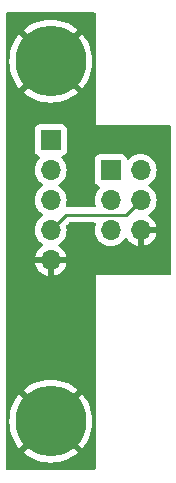
<source format=gbl>
G04 #@! TF.GenerationSoftware,KiCad,Pcbnew,7.0.7*
G04 #@! TF.CreationDate,2023-08-28T17:40:55-04:00*
G04 #@! TF.ProjectId,programmer,70726f67-7261-46d6-9d65-722e6b696361,rev?*
G04 #@! TF.SameCoordinates,Original*
G04 #@! TF.FileFunction,Copper,L2,Bot*
G04 #@! TF.FilePolarity,Positive*
%FSLAX46Y46*%
G04 Gerber Fmt 4.6, Leading zero omitted, Abs format (unit mm)*
G04 Created by KiCad (PCBNEW 7.0.7) date 2023-08-28 17:40:55*
%MOMM*%
%LPD*%
G01*
G04 APERTURE LIST*
G04 #@! TA.AperFunction,ComponentPad*
%ADD10C,0.800000*%
G04 #@! TD*
G04 #@! TA.AperFunction,ComponentPad*
%ADD11C,6.000000*%
G04 #@! TD*
G04 #@! TA.AperFunction,ComponentPad*
%ADD12R,1.700000X1.700000*%
G04 #@! TD*
G04 #@! TA.AperFunction,ComponentPad*
%ADD13O,1.700000X1.700000*%
G04 #@! TD*
G04 #@! TA.AperFunction,Conductor*
%ADD14C,0.254000*%
G04 #@! TD*
G04 APERTURE END LIST*
D10*
X134910000Y-72051000D03*
X135569010Y-70460010D03*
X135569010Y-73641990D03*
X137160000Y-69801000D03*
D11*
X137160000Y-72051000D03*
D10*
X137160000Y-74301000D03*
X138750990Y-70460010D03*
X138750990Y-73641990D03*
X139410000Y-72051000D03*
D12*
X142240000Y-50800000D03*
D13*
X144780000Y-50800000D03*
X142240000Y-53340000D03*
X144780000Y-53340000D03*
X142240000Y-55880000D03*
X144780000Y-55880000D03*
D10*
X134910000Y-41571000D03*
X135569010Y-39980010D03*
X135569010Y-43161990D03*
X137160000Y-39321000D03*
D11*
X137160000Y-41571000D03*
D10*
X137160000Y-43821000D03*
X138750990Y-39980010D03*
X138750990Y-43161990D03*
X139410000Y-41571000D03*
D12*
X137160000Y-48260000D03*
D13*
X137160000Y-50800000D03*
X137160000Y-53340000D03*
X137160000Y-55880000D03*
X137160000Y-58420000D03*
D14*
X137160000Y-55880000D02*
X138455400Y-54584600D01*
X138455400Y-54584600D02*
X143535400Y-54584600D01*
X143535400Y-54584600D02*
X144780000Y-53340000D01*
G04 #@! TA.AperFunction,Conductor*
G36*
X138482898Y-73020344D02*
G01*
X138675850Y-73213296D01*
X138709335Y-73274619D01*
X138704351Y-73344311D01*
X138662479Y-73400244D01*
X138657060Y-73404079D01*
X138570750Y-73461750D01*
X138513079Y-73548060D01*
X138459466Y-73592865D01*
X138390141Y-73601572D01*
X138327114Y-73571417D01*
X138322296Y-73566850D01*
X138128861Y-73373415D01*
X138095376Y-73312092D01*
X138100360Y-73242400D01*
X138132556Y-73194507D01*
X138267368Y-73070404D01*
X138297367Y-73031861D01*
X138354071Y-72991051D01*
X138423844Y-72987375D01*
X138482898Y-73020344D01*
G37*
G04 #@! TD.AperFunction*
G04 #@! TA.AperFunction,Conductor*
G36*
X135968115Y-72991843D02*
G01*
X136022633Y-73031861D01*
X136052632Y-73070404D01*
X136187441Y-73194505D01*
X136223430Y-73254390D01*
X136221330Y-73324228D01*
X136191138Y-73373414D01*
X135997703Y-73566849D01*
X135936380Y-73600334D01*
X135866688Y-73595350D01*
X135810755Y-73553478D01*
X135806920Y-73548059D01*
X135749249Y-73461749D01*
X135662939Y-73404079D01*
X135618133Y-73350467D01*
X135609426Y-73281142D01*
X135639580Y-73218115D01*
X135644148Y-73213296D01*
X135837100Y-73020344D01*
X135898423Y-72986859D01*
X135968115Y-72991843D01*
G37*
G04 #@! TD.AperFunction*
G04 #@! TA.AperFunction,Conductor*
G36*
X138453311Y-70506647D02*
G01*
X138509244Y-70548519D01*
X138513079Y-70553939D01*
X138570749Y-70640249D01*
X138657059Y-70697920D01*
X138701864Y-70751532D01*
X138710571Y-70820857D01*
X138680416Y-70883885D01*
X138675849Y-70888703D01*
X138482898Y-71081654D01*
X138421575Y-71115139D01*
X138351883Y-71110155D01*
X138297363Y-71070134D01*
X138267371Y-71031600D01*
X138267370Y-71031599D01*
X138267368Y-71031596D01*
X138132556Y-70907492D01*
X138096567Y-70847608D01*
X138098668Y-70777770D01*
X138128860Y-70728584D01*
X138322296Y-70535148D01*
X138383619Y-70501663D01*
X138453311Y-70506647D01*
G37*
G04 #@! TD.AperFunction*
G04 #@! TA.AperFunction,Conductor*
G36*
X135992884Y-70530581D02*
G01*
X135997703Y-70535149D01*
X136191138Y-70728584D01*
X136224623Y-70789907D01*
X136219639Y-70859599D01*
X136187441Y-70907494D01*
X136052630Y-71031598D01*
X136052628Y-71031599D01*
X136022633Y-71070137D01*
X135965922Y-71110949D01*
X135896149Y-71114622D01*
X135837100Y-71081654D01*
X135644149Y-70888703D01*
X135610664Y-70827380D01*
X135615648Y-70757688D01*
X135657520Y-70701755D01*
X135662940Y-70697919D01*
X135666551Y-70695505D01*
X135666555Y-70695505D01*
X135749250Y-70640250D01*
X135804505Y-70557555D01*
X135804505Y-70557551D01*
X135806919Y-70553940D01*
X135860531Y-70509134D01*
X135929856Y-70500427D01*
X135992884Y-70530581D01*
G37*
G04 #@! TD.AperFunction*
G04 #@! TA.AperFunction,Conductor*
G36*
X138482898Y-42540344D02*
G01*
X138675850Y-42733296D01*
X138709335Y-42794619D01*
X138704351Y-42864311D01*
X138662479Y-42920244D01*
X138657060Y-42924079D01*
X138570750Y-42981750D01*
X138513079Y-43068060D01*
X138459466Y-43112865D01*
X138390141Y-43121572D01*
X138327114Y-43091417D01*
X138322296Y-43086850D01*
X138128861Y-42893415D01*
X138095376Y-42832092D01*
X138100360Y-42762400D01*
X138132556Y-42714507D01*
X138267368Y-42590404D01*
X138297367Y-42551861D01*
X138354071Y-42511051D01*
X138423844Y-42507375D01*
X138482898Y-42540344D01*
G37*
G04 #@! TD.AperFunction*
G04 #@! TA.AperFunction,Conductor*
G36*
X135968115Y-42511843D02*
G01*
X136022633Y-42551861D01*
X136052632Y-42590404D01*
X136187441Y-42714505D01*
X136223430Y-42774390D01*
X136221330Y-42844228D01*
X136191138Y-42893414D01*
X135997703Y-43086849D01*
X135936380Y-43120334D01*
X135866688Y-43115350D01*
X135810755Y-43073478D01*
X135806920Y-43068059D01*
X135749249Y-42981749D01*
X135662939Y-42924079D01*
X135618133Y-42870467D01*
X135609426Y-42801142D01*
X135639580Y-42738115D01*
X135644148Y-42733296D01*
X135837100Y-42540344D01*
X135898423Y-42506859D01*
X135968115Y-42511843D01*
G37*
G04 #@! TD.AperFunction*
G04 #@! TA.AperFunction,Conductor*
G36*
X138453311Y-40026647D02*
G01*
X138509244Y-40068519D01*
X138513079Y-40073939D01*
X138570749Y-40160249D01*
X138657059Y-40217920D01*
X138701864Y-40271532D01*
X138710571Y-40340857D01*
X138680416Y-40403885D01*
X138675849Y-40408703D01*
X138482898Y-40601654D01*
X138421575Y-40635139D01*
X138351883Y-40630155D01*
X138297363Y-40590134D01*
X138267371Y-40551600D01*
X138267370Y-40551599D01*
X138267368Y-40551596D01*
X138132556Y-40427492D01*
X138096567Y-40367608D01*
X138098668Y-40297770D01*
X138128860Y-40248584D01*
X138322296Y-40055148D01*
X138383619Y-40021663D01*
X138453311Y-40026647D01*
G37*
G04 #@! TD.AperFunction*
G04 #@! TA.AperFunction,Conductor*
G36*
X135992884Y-40050581D02*
G01*
X135997703Y-40055149D01*
X136191138Y-40248584D01*
X136224623Y-40309907D01*
X136219639Y-40379599D01*
X136187441Y-40427494D01*
X136052630Y-40551598D01*
X136052628Y-40551599D01*
X136022633Y-40590137D01*
X135965922Y-40630949D01*
X135896149Y-40634622D01*
X135837100Y-40601654D01*
X135644149Y-40408703D01*
X135610664Y-40347380D01*
X135615648Y-40277688D01*
X135657520Y-40221755D01*
X135662940Y-40217919D01*
X135666551Y-40215505D01*
X135666555Y-40215505D01*
X135749250Y-40160250D01*
X135804505Y-40077555D01*
X135804505Y-40077551D01*
X135806919Y-40073940D01*
X135860531Y-40029134D01*
X135929856Y-40020427D01*
X135992884Y-40050581D01*
G37*
G04 #@! TD.AperFunction*
G04 #@! TA.AperFunction,Conductor*
G36*
X140912539Y-37460185D02*
G01*
X140958294Y-37512989D01*
X140969500Y-37564500D01*
X140969500Y-46965467D01*
X140969416Y-46965889D01*
X140969459Y-46990001D01*
X140969500Y-46990099D01*
X140969616Y-46990382D01*
X140969618Y-46990384D01*
X140969808Y-46990462D01*
X140970000Y-46990541D01*
X140970002Y-46990539D01*
X140994616Y-46990524D01*
X140994616Y-46990528D01*
X140994760Y-46990500D01*
X147195500Y-46990500D01*
X147262539Y-47010185D01*
X147308294Y-47062989D01*
X147319500Y-47114500D01*
X147319500Y-59565500D01*
X147299815Y-59632539D01*
X147247011Y-59678294D01*
X147195500Y-59689500D01*
X140994760Y-59689500D01*
X140994554Y-59689459D01*
X140970000Y-59689459D01*
X140969901Y-59689500D01*
X140969617Y-59689616D01*
X140969615Y-59689618D01*
X140969459Y-59689999D01*
X140969476Y-59714616D01*
X140969471Y-59714616D01*
X140969500Y-59714759D01*
X140969500Y-76057500D01*
X140949815Y-76124539D01*
X140897011Y-76170294D01*
X140845500Y-76181500D01*
X133474500Y-76181500D01*
X133407461Y-76161815D01*
X133361706Y-76109011D01*
X133350500Y-76057500D01*
X133350500Y-72051000D01*
X133655197Y-72051000D01*
X133674397Y-72417353D01*
X133731784Y-72779684D01*
X133731784Y-72779686D01*
X133826736Y-73134051D01*
X133958204Y-73476535D01*
X134124754Y-73803406D01*
X134324549Y-74111064D01*
X134513297Y-74344147D01*
X135140316Y-73717128D01*
X135201639Y-73683643D01*
X135271330Y-73688627D01*
X135327264Y-73730498D01*
X135331099Y-73735919D01*
X135388769Y-73822229D01*
X135475079Y-73879900D01*
X135519884Y-73933512D01*
X135528591Y-74002837D01*
X135498436Y-74065865D01*
X135493869Y-74070683D01*
X134866850Y-74697701D01*
X135099935Y-74886450D01*
X135407593Y-75086245D01*
X135734464Y-75252795D01*
X136076948Y-75384263D01*
X136431314Y-75479215D01*
X136793646Y-75536602D01*
X137159999Y-75555803D01*
X137160001Y-75555803D01*
X137526353Y-75536602D01*
X137888684Y-75479215D01*
X137888686Y-75479215D01*
X138243051Y-75384263D01*
X138585535Y-75252795D01*
X138912406Y-75086245D01*
X139220065Y-74886450D01*
X139453148Y-74697702D01*
X138826129Y-74070683D01*
X138792644Y-74009360D01*
X138797628Y-73939668D01*
X138839500Y-73883735D01*
X138844920Y-73879899D01*
X138848531Y-73877485D01*
X138848535Y-73877485D01*
X138931230Y-73822230D01*
X138986485Y-73739535D01*
X138986485Y-73739531D01*
X138988899Y-73735920D01*
X139042511Y-73691114D01*
X139111836Y-73682407D01*
X139174864Y-73712561D01*
X139179683Y-73717129D01*
X139806702Y-74344148D01*
X139995450Y-74111065D01*
X140195245Y-73803406D01*
X140361795Y-73476535D01*
X140493263Y-73134051D01*
X140588215Y-72779686D01*
X140588215Y-72779684D01*
X140645602Y-72417353D01*
X140664803Y-72051000D01*
X140664803Y-72050999D01*
X140645602Y-71684646D01*
X140588215Y-71322315D01*
X140588215Y-71322313D01*
X140493263Y-70967948D01*
X140361795Y-70625464D01*
X140195245Y-70298594D01*
X139995450Y-69990935D01*
X139806701Y-69757851D01*
X139179683Y-70384869D01*
X139118360Y-70418354D01*
X139048668Y-70413370D01*
X138992735Y-70371498D01*
X138988900Y-70366079D01*
X138931229Y-70279769D01*
X138844919Y-70222099D01*
X138800113Y-70168487D01*
X138791406Y-70099162D01*
X138821560Y-70036135D01*
X138826128Y-70031316D01*
X139453147Y-69404297D01*
X139220064Y-69215549D01*
X138912406Y-69015754D01*
X138585535Y-68849204D01*
X138243051Y-68717736D01*
X137888685Y-68622784D01*
X137526353Y-68565397D01*
X137160001Y-68546197D01*
X137159999Y-68546197D01*
X136793646Y-68565397D01*
X136431315Y-68622784D01*
X136431313Y-68622784D01*
X136076948Y-68717736D01*
X135734464Y-68849204D01*
X135407594Y-69015754D01*
X135099929Y-69215553D01*
X134866851Y-69404297D01*
X135493870Y-70031316D01*
X135527355Y-70092639D01*
X135522371Y-70162331D01*
X135480499Y-70218264D01*
X135475080Y-70222099D01*
X135388770Y-70279770D01*
X135331099Y-70366080D01*
X135277486Y-70410885D01*
X135208161Y-70419592D01*
X135145134Y-70389437D01*
X135140316Y-70384870D01*
X134513297Y-69757851D01*
X134324553Y-69990929D01*
X134124754Y-70298594D01*
X133958204Y-70625464D01*
X133826736Y-70967948D01*
X133731784Y-71322313D01*
X133731784Y-71322315D01*
X133674397Y-71684646D01*
X133655197Y-72050999D01*
X133655197Y-72051000D01*
X133350500Y-72051000D01*
X133350500Y-55880000D01*
X135804341Y-55880000D01*
X135824936Y-56115403D01*
X135824938Y-56115413D01*
X135886094Y-56343655D01*
X135886096Y-56343659D01*
X135886097Y-56343663D01*
X135969155Y-56521781D01*
X135985965Y-56557830D01*
X135985967Y-56557834D01*
X136094281Y-56712521D01*
X136121501Y-56751396D01*
X136121506Y-56751402D01*
X136288597Y-56918493D01*
X136288603Y-56918498D01*
X136474594Y-57048730D01*
X136518219Y-57103307D01*
X136525413Y-57172805D01*
X136493890Y-57235160D01*
X136474595Y-57251880D01*
X136288922Y-57381890D01*
X136288920Y-57381891D01*
X136121891Y-57548920D01*
X136121886Y-57548926D01*
X135986400Y-57742420D01*
X135986399Y-57742422D01*
X135886570Y-57956507D01*
X135886567Y-57956513D01*
X135829364Y-58169999D01*
X135829364Y-58170000D01*
X136546653Y-58170000D01*
X136613692Y-58189685D01*
X136659447Y-58242489D01*
X136669391Y-58311647D01*
X136665631Y-58328933D01*
X136660000Y-58348111D01*
X136660000Y-58491888D01*
X136665631Y-58511067D01*
X136665630Y-58580936D01*
X136627855Y-58639714D01*
X136564299Y-58668738D01*
X136546653Y-58670000D01*
X135829364Y-58670000D01*
X135886567Y-58883486D01*
X135886570Y-58883492D01*
X135986399Y-59097578D01*
X136121894Y-59291082D01*
X136288917Y-59458105D01*
X136482421Y-59593600D01*
X136696507Y-59693429D01*
X136696516Y-59693433D01*
X136910000Y-59750634D01*
X136910000Y-59032301D01*
X136929685Y-58965262D01*
X136982489Y-58919507D01*
X137051647Y-58909563D01*
X137124237Y-58920000D01*
X137124238Y-58920000D01*
X137195762Y-58920000D01*
X137195763Y-58920000D01*
X137268353Y-58909563D01*
X137337512Y-58919507D01*
X137390315Y-58965262D01*
X137410000Y-59032301D01*
X137410000Y-59750633D01*
X137623483Y-59693433D01*
X137623492Y-59693429D01*
X137837578Y-59593600D01*
X138031082Y-59458105D01*
X138198105Y-59291082D01*
X138333600Y-59097578D01*
X138433429Y-58883492D01*
X138433432Y-58883486D01*
X138490636Y-58670000D01*
X137773347Y-58670000D01*
X137706308Y-58650315D01*
X137660553Y-58597511D01*
X137650609Y-58528353D01*
X137654369Y-58511067D01*
X137660000Y-58491888D01*
X137660000Y-58348111D01*
X137654369Y-58328933D01*
X137654370Y-58259064D01*
X137692145Y-58200286D01*
X137755701Y-58171262D01*
X137773347Y-58170000D01*
X138490636Y-58170000D01*
X138490635Y-58169999D01*
X138433432Y-57956513D01*
X138433429Y-57956507D01*
X138333600Y-57742422D01*
X138333599Y-57742420D01*
X138198113Y-57548926D01*
X138198108Y-57548920D01*
X138031078Y-57381890D01*
X137845405Y-57251879D01*
X137801780Y-57197302D01*
X137794588Y-57127804D01*
X137826110Y-57065449D01*
X137845406Y-57048730D01*
X138031401Y-56918495D01*
X138198495Y-56751401D01*
X138334035Y-56557830D01*
X138433903Y-56343663D01*
X138495063Y-56115408D01*
X138515659Y-55880000D01*
X138495063Y-55644592D01*
X138468740Y-55546357D01*
X138470404Y-55476508D01*
X138500835Y-55426583D01*
X138679000Y-55248419D01*
X138740323Y-55214934D01*
X138766681Y-55212100D01*
X140866694Y-55212100D01*
X140933733Y-55231785D01*
X140979488Y-55284589D01*
X140989432Y-55353747D01*
X140979075Y-55388506D01*
X140966099Y-55416330D01*
X140966094Y-55416344D01*
X140904938Y-55644586D01*
X140904936Y-55644596D01*
X140884341Y-55879999D01*
X140884341Y-55880000D01*
X140904936Y-56115403D01*
X140904938Y-56115413D01*
X140966094Y-56343655D01*
X140966096Y-56343659D01*
X140966097Y-56343663D01*
X141049155Y-56521781D01*
X141065965Y-56557830D01*
X141065967Y-56557834D01*
X141174281Y-56712521D01*
X141201505Y-56751401D01*
X141368599Y-56918495D01*
X141465384Y-56986265D01*
X141562165Y-57054032D01*
X141562167Y-57054033D01*
X141562170Y-57054035D01*
X141776337Y-57153903D01*
X142004592Y-57215063D01*
X142192918Y-57231539D01*
X142239999Y-57235659D01*
X142240000Y-57235659D01*
X142240001Y-57235659D01*
X142279234Y-57232226D01*
X142475408Y-57215063D01*
X142703663Y-57153903D01*
X142917830Y-57054035D01*
X143111401Y-56918495D01*
X143278495Y-56751401D01*
X143408730Y-56565405D01*
X143463307Y-56521781D01*
X143532805Y-56514587D01*
X143595160Y-56546110D01*
X143611879Y-56565405D01*
X143741890Y-56751078D01*
X143908917Y-56918105D01*
X144102421Y-57053600D01*
X144316507Y-57153429D01*
X144316516Y-57153433D01*
X144530000Y-57210634D01*
X144530000Y-56492301D01*
X144549685Y-56425262D01*
X144602489Y-56379507D01*
X144671647Y-56369563D01*
X144744237Y-56380000D01*
X144744238Y-56380000D01*
X144815762Y-56380000D01*
X144815763Y-56380000D01*
X144888353Y-56369563D01*
X144957512Y-56379507D01*
X145010315Y-56425262D01*
X145030000Y-56492301D01*
X145030000Y-57210633D01*
X145243483Y-57153433D01*
X145243492Y-57153429D01*
X145457578Y-57053600D01*
X145651082Y-56918105D01*
X145818105Y-56751082D01*
X145953600Y-56557578D01*
X146053429Y-56343492D01*
X146053432Y-56343486D01*
X146110636Y-56130000D01*
X145393347Y-56130000D01*
X145326308Y-56110315D01*
X145280553Y-56057511D01*
X145270609Y-55988353D01*
X145274369Y-55971067D01*
X145280000Y-55951888D01*
X145280000Y-55808111D01*
X145274369Y-55788933D01*
X145274370Y-55719064D01*
X145312145Y-55660286D01*
X145375701Y-55631262D01*
X145393347Y-55630000D01*
X146110636Y-55630000D01*
X146110635Y-55629999D01*
X146053432Y-55416513D01*
X146053429Y-55416507D01*
X145953600Y-55202422D01*
X145953599Y-55202420D01*
X145818113Y-55008926D01*
X145818108Y-55008920D01*
X145651078Y-54841890D01*
X145465405Y-54711879D01*
X145421780Y-54657302D01*
X145414588Y-54587804D01*
X145446110Y-54525449D01*
X145465406Y-54508730D01*
X145465842Y-54508425D01*
X145651401Y-54378495D01*
X145818495Y-54211401D01*
X145954035Y-54017830D01*
X146053903Y-53803663D01*
X146115063Y-53575408D01*
X146135659Y-53340000D01*
X146115063Y-53104592D01*
X146053903Y-52876337D01*
X145954035Y-52662171D01*
X145948425Y-52654158D01*
X145818494Y-52468597D01*
X145651402Y-52301506D01*
X145651396Y-52301501D01*
X145465842Y-52171575D01*
X145422217Y-52116998D01*
X145415023Y-52047500D01*
X145446546Y-51985145D01*
X145465842Y-51968425D01*
X145488026Y-51952891D01*
X145651401Y-51838495D01*
X145818495Y-51671401D01*
X145954035Y-51477830D01*
X146053903Y-51263663D01*
X146115063Y-51035408D01*
X146135659Y-50800000D01*
X146115063Y-50564592D01*
X146053903Y-50336337D01*
X145954035Y-50122171D01*
X145818495Y-49928599D01*
X145818494Y-49928597D01*
X145651402Y-49761506D01*
X145651395Y-49761501D01*
X145457834Y-49625967D01*
X145457830Y-49625965D01*
X145408174Y-49602810D01*
X145243663Y-49526097D01*
X145243659Y-49526096D01*
X145243655Y-49526094D01*
X145015413Y-49464938D01*
X145015403Y-49464936D01*
X144780001Y-49444341D01*
X144779999Y-49444341D01*
X144544596Y-49464936D01*
X144544586Y-49464938D01*
X144316344Y-49526094D01*
X144316335Y-49526098D01*
X144102171Y-49625964D01*
X144102169Y-49625965D01*
X143908600Y-49761503D01*
X143786673Y-49883430D01*
X143725350Y-49916914D01*
X143655658Y-49911930D01*
X143599725Y-49870058D01*
X143582810Y-49839081D01*
X143533797Y-49707671D01*
X143533793Y-49707664D01*
X143447547Y-49592455D01*
X143447544Y-49592452D01*
X143332335Y-49506206D01*
X143332328Y-49506202D01*
X143197482Y-49455908D01*
X143197483Y-49455908D01*
X143137883Y-49449501D01*
X143137881Y-49449500D01*
X143137873Y-49449500D01*
X143137864Y-49449500D01*
X141342129Y-49449500D01*
X141342123Y-49449501D01*
X141282516Y-49455908D01*
X141147671Y-49506202D01*
X141147664Y-49506206D01*
X141032455Y-49592452D01*
X141032452Y-49592455D01*
X140946206Y-49707664D01*
X140946202Y-49707671D01*
X140895908Y-49842517D01*
X140889501Y-49902116D01*
X140889500Y-49902135D01*
X140889500Y-51697870D01*
X140889501Y-51697876D01*
X140895908Y-51757483D01*
X140946202Y-51892328D01*
X140946206Y-51892335D01*
X141032452Y-52007544D01*
X141032455Y-52007547D01*
X141147664Y-52093793D01*
X141147671Y-52093797D01*
X141279081Y-52142810D01*
X141335015Y-52184681D01*
X141359432Y-52250145D01*
X141344580Y-52318418D01*
X141323430Y-52346673D01*
X141201503Y-52468600D01*
X141065965Y-52662169D01*
X141065964Y-52662171D01*
X140966098Y-52876335D01*
X140966094Y-52876344D01*
X140904938Y-53104586D01*
X140904936Y-53104596D01*
X140884341Y-53339999D01*
X140884341Y-53340000D01*
X140904936Y-53575403D01*
X140904938Y-53575413D01*
X140965385Y-53801007D01*
X140963722Y-53870857D01*
X140924559Y-53928719D01*
X140860331Y-53956223D01*
X140845610Y-53957100D01*
X138554390Y-53957100D01*
X138487351Y-53937415D01*
X138441596Y-53884611D01*
X138431652Y-53815453D01*
X138434615Y-53801007D01*
X138454984Y-53724985D01*
X138495063Y-53575408D01*
X138515659Y-53340000D01*
X138495063Y-53104592D01*
X138433903Y-52876337D01*
X138334035Y-52662171D01*
X138328425Y-52654158D01*
X138198494Y-52468597D01*
X138031402Y-52301506D01*
X138031401Y-52301505D01*
X137908800Y-52215659D01*
X137845841Y-52171574D01*
X137802216Y-52116997D01*
X137795024Y-52047498D01*
X137826546Y-51985144D01*
X137845836Y-51968428D01*
X138031401Y-51838495D01*
X138198495Y-51671401D01*
X138334035Y-51477830D01*
X138433903Y-51263663D01*
X138495063Y-51035408D01*
X138515659Y-50800000D01*
X138495063Y-50564592D01*
X138433903Y-50336337D01*
X138334035Y-50122171D01*
X138198495Y-49928599D01*
X138076567Y-49806671D01*
X138043084Y-49745351D01*
X138048068Y-49675659D01*
X138089939Y-49619725D01*
X138120915Y-49602810D01*
X138252331Y-49553796D01*
X138367546Y-49467546D01*
X138453796Y-49352331D01*
X138504091Y-49217483D01*
X138510500Y-49157873D01*
X138510499Y-47362128D01*
X138504091Y-47302517D01*
X138453796Y-47167669D01*
X138453795Y-47167668D01*
X138453793Y-47167664D01*
X138367547Y-47052455D01*
X138367544Y-47052452D01*
X138252335Y-46966206D01*
X138252328Y-46966202D01*
X138117482Y-46915908D01*
X138117483Y-46915908D01*
X138057883Y-46909501D01*
X138057881Y-46909500D01*
X138057873Y-46909500D01*
X138057864Y-46909500D01*
X136262129Y-46909500D01*
X136262123Y-46909501D01*
X136202516Y-46915908D01*
X136067671Y-46966202D01*
X136067664Y-46966206D01*
X135952455Y-47052452D01*
X135952452Y-47052455D01*
X135866206Y-47167664D01*
X135866202Y-47167671D01*
X135815908Y-47302517D01*
X135809501Y-47362116D01*
X135809501Y-47362123D01*
X135809500Y-47362135D01*
X135809500Y-49157870D01*
X135809501Y-49157876D01*
X135815908Y-49217483D01*
X135866202Y-49352328D01*
X135866206Y-49352335D01*
X135952452Y-49467544D01*
X135952455Y-49467547D01*
X136067664Y-49553793D01*
X136067671Y-49553797D01*
X136199081Y-49602810D01*
X136255015Y-49644681D01*
X136279432Y-49710145D01*
X136264580Y-49778418D01*
X136243430Y-49806673D01*
X136121503Y-49928600D01*
X135985965Y-50122169D01*
X135985964Y-50122171D01*
X135886098Y-50336335D01*
X135886094Y-50336344D01*
X135824938Y-50564586D01*
X135824936Y-50564596D01*
X135804341Y-50799999D01*
X135804341Y-50800000D01*
X135824936Y-51035403D01*
X135824938Y-51035413D01*
X135886094Y-51263655D01*
X135886096Y-51263659D01*
X135886097Y-51263663D01*
X135970499Y-51444664D01*
X135985965Y-51477830D01*
X135985967Y-51477834D01*
X136121501Y-51671395D01*
X136121506Y-51671402D01*
X136288597Y-51838493D01*
X136288603Y-51838498D01*
X136474158Y-51968425D01*
X136517783Y-52023002D01*
X136524977Y-52092500D01*
X136493454Y-52154855D01*
X136474158Y-52171575D01*
X136288597Y-52301505D01*
X136121505Y-52468597D01*
X135985965Y-52662169D01*
X135985964Y-52662171D01*
X135886098Y-52876335D01*
X135886094Y-52876344D01*
X135824938Y-53104586D01*
X135824936Y-53104596D01*
X135804341Y-53339999D01*
X135804341Y-53340000D01*
X135824936Y-53575403D01*
X135824938Y-53575413D01*
X135886094Y-53803655D01*
X135886096Y-53803659D01*
X135886097Y-53803663D01*
X135923844Y-53884611D01*
X135985965Y-54017830D01*
X135985967Y-54017834D01*
X136121501Y-54211395D01*
X136121506Y-54211402D01*
X136288597Y-54378493D01*
X136288603Y-54378498D01*
X136474158Y-54508425D01*
X136517783Y-54563002D01*
X136524977Y-54632500D01*
X136493454Y-54694855D01*
X136474158Y-54711575D01*
X136288597Y-54841505D01*
X136121505Y-55008597D01*
X135985965Y-55202169D01*
X135985964Y-55202171D01*
X135886098Y-55416335D01*
X135886094Y-55416344D01*
X135824938Y-55644586D01*
X135824936Y-55644596D01*
X135804341Y-55879999D01*
X135804341Y-55880000D01*
X133350500Y-55880000D01*
X133350500Y-41571000D01*
X133655197Y-41571000D01*
X133674397Y-41937353D01*
X133731784Y-42299684D01*
X133731784Y-42299686D01*
X133826736Y-42654051D01*
X133958204Y-42996535D01*
X134124754Y-43323406D01*
X134324549Y-43631064D01*
X134513297Y-43864147D01*
X135140316Y-43237128D01*
X135201639Y-43203643D01*
X135271330Y-43208627D01*
X135327264Y-43250498D01*
X135331099Y-43255919D01*
X135388769Y-43342229D01*
X135475079Y-43399900D01*
X135519884Y-43453512D01*
X135528591Y-43522837D01*
X135498436Y-43585865D01*
X135493869Y-43590683D01*
X134866850Y-44217701D01*
X135099935Y-44406450D01*
X135407593Y-44606245D01*
X135734464Y-44772795D01*
X136076948Y-44904263D01*
X136431314Y-44999215D01*
X136793646Y-45056602D01*
X137159999Y-45075803D01*
X137160001Y-45075803D01*
X137526353Y-45056602D01*
X137888684Y-44999215D01*
X137888686Y-44999215D01*
X138243051Y-44904263D01*
X138585535Y-44772795D01*
X138912406Y-44606245D01*
X139220065Y-44406450D01*
X139453148Y-44217702D01*
X138826129Y-43590683D01*
X138792644Y-43529360D01*
X138797628Y-43459668D01*
X138839500Y-43403735D01*
X138844920Y-43399899D01*
X138848531Y-43397485D01*
X138848535Y-43397485D01*
X138931230Y-43342230D01*
X138986485Y-43259535D01*
X138986485Y-43259531D01*
X138988899Y-43255920D01*
X139042511Y-43211114D01*
X139111836Y-43202407D01*
X139174864Y-43232561D01*
X139179683Y-43237129D01*
X139806702Y-43864148D01*
X139995450Y-43631065D01*
X140195245Y-43323406D01*
X140361795Y-42996535D01*
X140493263Y-42654051D01*
X140588215Y-42299686D01*
X140588215Y-42299684D01*
X140645602Y-41937353D01*
X140664803Y-41571000D01*
X140664803Y-41570999D01*
X140645602Y-41204646D01*
X140588215Y-40842315D01*
X140588215Y-40842313D01*
X140493263Y-40487948D01*
X140361795Y-40145464D01*
X140195245Y-39818594D01*
X139995450Y-39510935D01*
X139806701Y-39277851D01*
X139179683Y-39904869D01*
X139118360Y-39938354D01*
X139048668Y-39933370D01*
X138992735Y-39891498D01*
X138988900Y-39886079D01*
X138931229Y-39799769D01*
X138844919Y-39742099D01*
X138800113Y-39688487D01*
X138791406Y-39619162D01*
X138821560Y-39556135D01*
X138826128Y-39551316D01*
X139453147Y-38924297D01*
X139220064Y-38735549D01*
X138912406Y-38535754D01*
X138585535Y-38369204D01*
X138243051Y-38237736D01*
X137888685Y-38142784D01*
X137526353Y-38085397D01*
X137160001Y-38066197D01*
X137159999Y-38066197D01*
X136793646Y-38085397D01*
X136431315Y-38142784D01*
X136431313Y-38142784D01*
X136076948Y-38237736D01*
X135734464Y-38369204D01*
X135407594Y-38535754D01*
X135099929Y-38735553D01*
X134866851Y-38924297D01*
X135493870Y-39551316D01*
X135527355Y-39612639D01*
X135522371Y-39682331D01*
X135480499Y-39738264D01*
X135475080Y-39742099D01*
X135388770Y-39799770D01*
X135331099Y-39886080D01*
X135277486Y-39930885D01*
X135208161Y-39939592D01*
X135145134Y-39909437D01*
X135140316Y-39904870D01*
X134513297Y-39277851D01*
X134324553Y-39510929D01*
X134124754Y-39818594D01*
X133958204Y-40145464D01*
X133826736Y-40487948D01*
X133731784Y-40842313D01*
X133731784Y-40842315D01*
X133674397Y-41204646D01*
X133655197Y-41570999D01*
X133655197Y-41571000D01*
X133350500Y-41571000D01*
X133350500Y-37564500D01*
X133370185Y-37497461D01*
X133422989Y-37451706D01*
X133474500Y-37440500D01*
X140845500Y-37440500D01*
X140912539Y-37460185D01*
G37*
G04 #@! TD.AperFunction*
M02*

</source>
